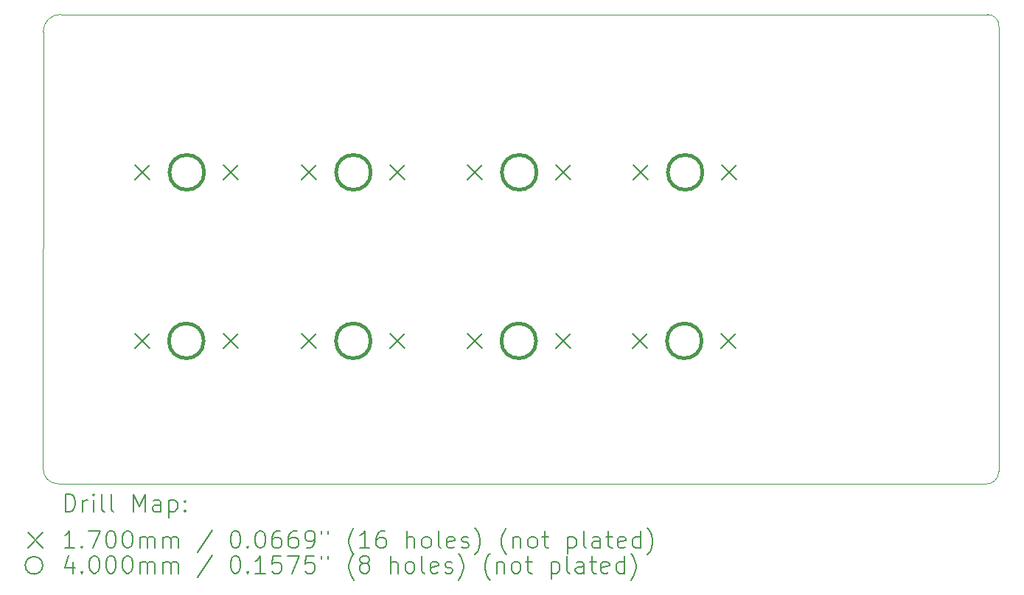
<source format=gbr>
%TF.GenerationSoftware,KiCad,Pcbnew,9.0.4*%
%TF.CreationDate,2025-09-20T14:29:12-07:00*%
%TF.ProjectId,Macro_Pad,4d616372-6f5f-4506-9164-2e6b69636164,rev?*%
%TF.SameCoordinates,Original*%
%TF.FileFunction,Drillmap*%
%TF.FilePolarity,Positive*%
%FSLAX45Y45*%
G04 Gerber Fmt 4.5, Leading zero omitted, Abs format (unit mm)*
G04 Created by KiCad (PCBNEW 9.0.4) date 2025-09-20 14:29:12*
%MOMM*%
%LPD*%
G01*
G04 APERTURE LIST*
%ADD10C,0.100000*%
%ADD11C,0.200000*%
%ADD12C,0.170000*%
%ADD13C,0.400000*%
G04 APERTURE END LIST*
D10*
X20380000Y-8675000D02*
X9740000Y-8675000D01*
X9705000Y-14071107D02*
X20361244Y-14074342D01*
X9535287Y-8874830D02*
G75*
G02*
X9740000Y-8675001I195173J4830D01*
G01*
X20510054Y-13929911D02*
X20512002Y-8814988D01*
X9705000Y-14071107D02*
G75*
G02*
X9533893Y-13899830I0J171107D01*
G01*
X9535287Y-8874830D02*
X9533893Y-13899830D01*
X20380000Y-8675000D02*
G75*
G02*
X20512002Y-8814988I0J-132230D01*
G01*
X20510054Y-13930003D02*
G75*
G02*
X20361244Y-14074335I-144364J-37D01*
G01*
D11*
D12*
X10585000Y-12343000D02*
X10755000Y-12513000D01*
X10755000Y-12343000D02*
X10585000Y-12513000D01*
X10591000Y-10405000D02*
X10761000Y-10575000D01*
X10761000Y-10405000D02*
X10591000Y-10575000D01*
X11601000Y-12343000D02*
X11771000Y-12513000D01*
X11771000Y-12343000D02*
X11601000Y-12513000D01*
X11607000Y-10405000D02*
X11777000Y-10575000D01*
X11777000Y-10405000D02*
X11607000Y-10575000D01*
X12503000Y-12343000D02*
X12673000Y-12513000D01*
X12673000Y-12343000D02*
X12503000Y-12513000D01*
X12505000Y-10405000D02*
X12675000Y-10575000D01*
X12675000Y-10405000D02*
X12505000Y-10575000D01*
X13519000Y-12343000D02*
X13689000Y-12513000D01*
X13689000Y-12343000D02*
X13519000Y-12513000D01*
X13521000Y-10405000D02*
X13691000Y-10575000D01*
X13691000Y-10405000D02*
X13521000Y-10575000D01*
X14403000Y-12343000D02*
X14573000Y-12513000D01*
X14573000Y-12343000D02*
X14403000Y-12513000D01*
X14409000Y-10405000D02*
X14579000Y-10575000D01*
X14579000Y-10405000D02*
X14409000Y-10575000D01*
X15419000Y-12343000D02*
X15589000Y-12513000D01*
X15589000Y-12343000D02*
X15419000Y-12513000D01*
X15425000Y-10405000D02*
X15595000Y-10575000D01*
X15595000Y-10405000D02*
X15425000Y-10575000D01*
X16305000Y-12343000D02*
X16475000Y-12513000D01*
X16475000Y-12343000D02*
X16305000Y-12513000D01*
X16315000Y-10405000D02*
X16485000Y-10575000D01*
X16485000Y-10405000D02*
X16315000Y-10575000D01*
X17321000Y-12343000D02*
X17491000Y-12513000D01*
X17491000Y-12343000D02*
X17321000Y-12513000D01*
X17331000Y-10405000D02*
X17501000Y-10575000D01*
X17501000Y-10405000D02*
X17331000Y-10575000D01*
D13*
X11378000Y-12428000D02*
G75*
G02*
X10978000Y-12428000I-200000J0D01*
G01*
X10978000Y-12428000D02*
G75*
G02*
X11378000Y-12428000I200000J0D01*
G01*
X11384000Y-10490000D02*
G75*
G02*
X10984000Y-10490000I-200000J0D01*
G01*
X10984000Y-10490000D02*
G75*
G02*
X11384000Y-10490000I200000J0D01*
G01*
X13296000Y-12428000D02*
G75*
G02*
X12896000Y-12428000I-200000J0D01*
G01*
X12896000Y-12428000D02*
G75*
G02*
X13296000Y-12428000I200000J0D01*
G01*
X13298000Y-10490000D02*
G75*
G02*
X12898000Y-10490000I-200000J0D01*
G01*
X12898000Y-10490000D02*
G75*
G02*
X13298000Y-10490000I200000J0D01*
G01*
X15196000Y-12428000D02*
G75*
G02*
X14796000Y-12428000I-200000J0D01*
G01*
X14796000Y-12428000D02*
G75*
G02*
X15196000Y-12428000I200000J0D01*
G01*
X15202000Y-10490000D02*
G75*
G02*
X14802000Y-10490000I-200000J0D01*
G01*
X14802000Y-10490000D02*
G75*
G02*
X15202000Y-10490000I200000J0D01*
G01*
X17098000Y-12428000D02*
G75*
G02*
X16698000Y-12428000I-200000J0D01*
G01*
X16698000Y-12428000D02*
G75*
G02*
X17098000Y-12428000I200000J0D01*
G01*
X17108000Y-10490000D02*
G75*
G02*
X16708000Y-10490000I-200000J0D01*
G01*
X16708000Y-10490000D02*
G75*
G02*
X17108000Y-10490000I200000J0D01*
G01*
D11*
X9789670Y-14390887D02*
X9789670Y-14190887D01*
X9789670Y-14190887D02*
X9837289Y-14190887D01*
X9837289Y-14190887D02*
X9865860Y-14200411D01*
X9865860Y-14200411D02*
X9884908Y-14219459D01*
X9884908Y-14219459D02*
X9894432Y-14238506D01*
X9894432Y-14238506D02*
X9903955Y-14276602D01*
X9903955Y-14276602D02*
X9903955Y-14305173D01*
X9903955Y-14305173D02*
X9894432Y-14343268D01*
X9894432Y-14343268D02*
X9884908Y-14362316D01*
X9884908Y-14362316D02*
X9865860Y-14381364D01*
X9865860Y-14381364D02*
X9837289Y-14390887D01*
X9837289Y-14390887D02*
X9789670Y-14390887D01*
X9989670Y-14390887D02*
X9989670Y-14257554D01*
X9989670Y-14295649D02*
X9999193Y-14276602D01*
X9999193Y-14276602D02*
X10008717Y-14267078D01*
X10008717Y-14267078D02*
X10027765Y-14257554D01*
X10027765Y-14257554D02*
X10046813Y-14257554D01*
X10113479Y-14390887D02*
X10113479Y-14257554D01*
X10113479Y-14190887D02*
X10103955Y-14200411D01*
X10103955Y-14200411D02*
X10113479Y-14209935D01*
X10113479Y-14209935D02*
X10123003Y-14200411D01*
X10123003Y-14200411D02*
X10113479Y-14190887D01*
X10113479Y-14190887D02*
X10113479Y-14209935D01*
X10237289Y-14390887D02*
X10218241Y-14381364D01*
X10218241Y-14381364D02*
X10208717Y-14362316D01*
X10208717Y-14362316D02*
X10208717Y-14190887D01*
X10342051Y-14390887D02*
X10323003Y-14381364D01*
X10323003Y-14381364D02*
X10313479Y-14362316D01*
X10313479Y-14362316D02*
X10313479Y-14190887D01*
X10570622Y-14390887D02*
X10570622Y-14190887D01*
X10570622Y-14190887D02*
X10637289Y-14333744D01*
X10637289Y-14333744D02*
X10703955Y-14190887D01*
X10703955Y-14190887D02*
X10703955Y-14390887D01*
X10884908Y-14390887D02*
X10884908Y-14286125D01*
X10884908Y-14286125D02*
X10875384Y-14267078D01*
X10875384Y-14267078D02*
X10856336Y-14257554D01*
X10856336Y-14257554D02*
X10818241Y-14257554D01*
X10818241Y-14257554D02*
X10799193Y-14267078D01*
X10884908Y-14381364D02*
X10865860Y-14390887D01*
X10865860Y-14390887D02*
X10818241Y-14390887D01*
X10818241Y-14390887D02*
X10799193Y-14381364D01*
X10799193Y-14381364D02*
X10789670Y-14362316D01*
X10789670Y-14362316D02*
X10789670Y-14343268D01*
X10789670Y-14343268D02*
X10799193Y-14324221D01*
X10799193Y-14324221D02*
X10818241Y-14314697D01*
X10818241Y-14314697D02*
X10865860Y-14314697D01*
X10865860Y-14314697D02*
X10884908Y-14305173D01*
X10980146Y-14257554D02*
X10980146Y-14457554D01*
X10980146Y-14267078D02*
X10999193Y-14257554D01*
X10999193Y-14257554D02*
X11037289Y-14257554D01*
X11037289Y-14257554D02*
X11056336Y-14267078D01*
X11056336Y-14267078D02*
X11065860Y-14276602D01*
X11065860Y-14276602D02*
X11075384Y-14295649D01*
X11075384Y-14295649D02*
X11075384Y-14352792D01*
X11075384Y-14352792D02*
X11065860Y-14371840D01*
X11065860Y-14371840D02*
X11056336Y-14381364D01*
X11056336Y-14381364D02*
X11037289Y-14390887D01*
X11037289Y-14390887D02*
X10999193Y-14390887D01*
X10999193Y-14390887D02*
X10980146Y-14381364D01*
X11161098Y-14371840D02*
X11170622Y-14381364D01*
X11170622Y-14381364D02*
X11161098Y-14390887D01*
X11161098Y-14390887D02*
X11151574Y-14381364D01*
X11151574Y-14381364D02*
X11161098Y-14371840D01*
X11161098Y-14371840D02*
X11161098Y-14390887D01*
X11161098Y-14267078D02*
X11170622Y-14276602D01*
X11170622Y-14276602D02*
X11161098Y-14286125D01*
X11161098Y-14286125D02*
X11151574Y-14276602D01*
X11151574Y-14276602D02*
X11161098Y-14267078D01*
X11161098Y-14267078D02*
X11161098Y-14286125D01*
D12*
X9358893Y-14634404D02*
X9528893Y-14804404D01*
X9528893Y-14634404D02*
X9358893Y-14804404D01*
D11*
X9894432Y-14810887D02*
X9780146Y-14810887D01*
X9837289Y-14810887D02*
X9837289Y-14610887D01*
X9837289Y-14610887D02*
X9818241Y-14639459D01*
X9818241Y-14639459D02*
X9799193Y-14658506D01*
X9799193Y-14658506D02*
X9780146Y-14668030D01*
X9980146Y-14791840D02*
X9989670Y-14801364D01*
X9989670Y-14801364D02*
X9980146Y-14810887D01*
X9980146Y-14810887D02*
X9970622Y-14801364D01*
X9970622Y-14801364D02*
X9980146Y-14791840D01*
X9980146Y-14791840D02*
X9980146Y-14810887D01*
X10056336Y-14610887D02*
X10189670Y-14610887D01*
X10189670Y-14610887D02*
X10103955Y-14810887D01*
X10303955Y-14610887D02*
X10323003Y-14610887D01*
X10323003Y-14610887D02*
X10342051Y-14620411D01*
X10342051Y-14620411D02*
X10351574Y-14629935D01*
X10351574Y-14629935D02*
X10361098Y-14648983D01*
X10361098Y-14648983D02*
X10370622Y-14687078D01*
X10370622Y-14687078D02*
X10370622Y-14734697D01*
X10370622Y-14734697D02*
X10361098Y-14772792D01*
X10361098Y-14772792D02*
X10351574Y-14791840D01*
X10351574Y-14791840D02*
X10342051Y-14801364D01*
X10342051Y-14801364D02*
X10323003Y-14810887D01*
X10323003Y-14810887D02*
X10303955Y-14810887D01*
X10303955Y-14810887D02*
X10284908Y-14801364D01*
X10284908Y-14801364D02*
X10275384Y-14791840D01*
X10275384Y-14791840D02*
X10265860Y-14772792D01*
X10265860Y-14772792D02*
X10256336Y-14734697D01*
X10256336Y-14734697D02*
X10256336Y-14687078D01*
X10256336Y-14687078D02*
X10265860Y-14648983D01*
X10265860Y-14648983D02*
X10275384Y-14629935D01*
X10275384Y-14629935D02*
X10284908Y-14620411D01*
X10284908Y-14620411D02*
X10303955Y-14610887D01*
X10494432Y-14610887D02*
X10513479Y-14610887D01*
X10513479Y-14610887D02*
X10532527Y-14620411D01*
X10532527Y-14620411D02*
X10542051Y-14629935D01*
X10542051Y-14629935D02*
X10551574Y-14648983D01*
X10551574Y-14648983D02*
X10561098Y-14687078D01*
X10561098Y-14687078D02*
X10561098Y-14734697D01*
X10561098Y-14734697D02*
X10551574Y-14772792D01*
X10551574Y-14772792D02*
X10542051Y-14791840D01*
X10542051Y-14791840D02*
X10532527Y-14801364D01*
X10532527Y-14801364D02*
X10513479Y-14810887D01*
X10513479Y-14810887D02*
X10494432Y-14810887D01*
X10494432Y-14810887D02*
X10475384Y-14801364D01*
X10475384Y-14801364D02*
X10465860Y-14791840D01*
X10465860Y-14791840D02*
X10456336Y-14772792D01*
X10456336Y-14772792D02*
X10446813Y-14734697D01*
X10446813Y-14734697D02*
X10446813Y-14687078D01*
X10446813Y-14687078D02*
X10456336Y-14648983D01*
X10456336Y-14648983D02*
X10465860Y-14629935D01*
X10465860Y-14629935D02*
X10475384Y-14620411D01*
X10475384Y-14620411D02*
X10494432Y-14610887D01*
X10646813Y-14810887D02*
X10646813Y-14677554D01*
X10646813Y-14696602D02*
X10656336Y-14687078D01*
X10656336Y-14687078D02*
X10675384Y-14677554D01*
X10675384Y-14677554D02*
X10703955Y-14677554D01*
X10703955Y-14677554D02*
X10723003Y-14687078D01*
X10723003Y-14687078D02*
X10732527Y-14706125D01*
X10732527Y-14706125D02*
X10732527Y-14810887D01*
X10732527Y-14706125D02*
X10742051Y-14687078D01*
X10742051Y-14687078D02*
X10761098Y-14677554D01*
X10761098Y-14677554D02*
X10789670Y-14677554D01*
X10789670Y-14677554D02*
X10808717Y-14687078D01*
X10808717Y-14687078D02*
X10818241Y-14706125D01*
X10818241Y-14706125D02*
X10818241Y-14810887D01*
X10913479Y-14810887D02*
X10913479Y-14677554D01*
X10913479Y-14696602D02*
X10923003Y-14687078D01*
X10923003Y-14687078D02*
X10942051Y-14677554D01*
X10942051Y-14677554D02*
X10970622Y-14677554D01*
X10970622Y-14677554D02*
X10989670Y-14687078D01*
X10989670Y-14687078D02*
X10999194Y-14706125D01*
X10999194Y-14706125D02*
X10999194Y-14810887D01*
X10999194Y-14706125D02*
X11008717Y-14687078D01*
X11008717Y-14687078D02*
X11027765Y-14677554D01*
X11027765Y-14677554D02*
X11056336Y-14677554D01*
X11056336Y-14677554D02*
X11075384Y-14687078D01*
X11075384Y-14687078D02*
X11084908Y-14706125D01*
X11084908Y-14706125D02*
X11084908Y-14810887D01*
X11475384Y-14601364D02*
X11303955Y-14858506D01*
X11732527Y-14610887D02*
X11751575Y-14610887D01*
X11751575Y-14610887D02*
X11770622Y-14620411D01*
X11770622Y-14620411D02*
X11780146Y-14629935D01*
X11780146Y-14629935D02*
X11789670Y-14648983D01*
X11789670Y-14648983D02*
X11799194Y-14687078D01*
X11799194Y-14687078D02*
X11799194Y-14734697D01*
X11799194Y-14734697D02*
X11789670Y-14772792D01*
X11789670Y-14772792D02*
X11780146Y-14791840D01*
X11780146Y-14791840D02*
X11770622Y-14801364D01*
X11770622Y-14801364D02*
X11751575Y-14810887D01*
X11751575Y-14810887D02*
X11732527Y-14810887D01*
X11732527Y-14810887D02*
X11713479Y-14801364D01*
X11713479Y-14801364D02*
X11703955Y-14791840D01*
X11703955Y-14791840D02*
X11694432Y-14772792D01*
X11694432Y-14772792D02*
X11684908Y-14734697D01*
X11684908Y-14734697D02*
X11684908Y-14687078D01*
X11684908Y-14687078D02*
X11694432Y-14648983D01*
X11694432Y-14648983D02*
X11703955Y-14629935D01*
X11703955Y-14629935D02*
X11713479Y-14620411D01*
X11713479Y-14620411D02*
X11732527Y-14610887D01*
X11884908Y-14791840D02*
X11894432Y-14801364D01*
X11894432Y-14801364D02*
X11884908Y-14810887D01*
X11884908Y-14810887D02*
X11875384Y-14801364D01*
X11875384Y-14801364D02*
X11884908Y-14791840D01*
X11884908Y-14791840D02*
X11884908Y-14810887D01*
X12018241Y-14610887D02*
X12037289Y-14610887D01*
X12037289Y-14610887D02*
X12056336Y-14620411D01*
X12056336Y-14620411D02*
X12065860Y-14629935D01*
X12065860Y-14629935D02*
X12075384Y-14648983D01*
X12075384Y-14648983D02*
X12084908Y-14687078D01*
X12084908Y-14687078D02*
X12084908Y-14734697D01*
X12084908Y-14734697D02*
X12075384Y-14772792D01*
X12075384Y-14772792D02*
X12065860Y-14791840D01*
X12065860Y-14791840D02*
X12056336Y-14801364D01*
X12056336Y-14801364D02*
X12037289Y-14810887D01*
X12037289Y-14810887D02*
X12018241Y-14810887D01*
X12018241Y-14810887D02*
X11999194Y-14801364D01*
X11999194Y-14801364D02*
X11989670Y-14791840D01*
X11989670Y-14791840D02*
X11980146Y-14772792D01*
X11980146Y-14772792D02*
X11970622Y-14734697D01*
X11970622Y-14734697D02*
X11970622Y-14687078D01*
X11970622Y-14687078D02*
X11980146Y-14648983D01*
X11980146Y-14648983D02*
X11989670Y-14629935D01*
X11989670Y-14629935D02*
X11999194Y-14620411D01*
X11999194Y-14620411D02*
X12018241Y-14610887D01*
X12256336Y-14610887D02*
X12218241Y-14610887D01*
X12218241Y-14610887D02*
X12199194Y-14620411D01*
X12199194Y-14620411D02*
X12189670Y-14629935D01*
X12189670Y-14629935D02*
X12170622Y-14658506D01*
X12170622Y-14658506D02*
X12161098Y-14696602D01*
X12161098Y-14696602D02*
X12161098Y-14772792D01*
X12161098Y-14772792D02*
X12170622Y-14791840D01*
X12170622Y-14791840D02*
X12180146Y-14801364D01*
X12180146Y-14801364D02*
X12199194Y-14810887D01*
X12199194Y-14810887D02*
X12237289Y-14810887D01*
X12237289Y-14810887D02*
X12256336Y-14801364D01*
X12256336Y-14801364D02*
X12265860Y-14791840D01*
X12265860Y-14791840D02*
X12275384Y-14772792D01*
X12275384Y-14772792D02*
X12275384Y-14725173D01*
X12275384Y-14725173D02*
X12265860Y-14706125D01*
X12265860Y-14706125D02*
X12256336Y-14696602D01*
X12256336Y-14696602D02*
X12237289Y-14687078D01*
X12237289Y-14687078D02*
X12199194Y-14687078D01*
X12199194Y-14687078D02*
X12180146Y-14696602D01*
X12180146Y-14696602D02*
X12170622Y-14706125D01*
X12170622Y-14706125D02*
X12161098Y-14725173D01*
X12446813Y-14610887D02*
X12408717Y-14610887D01*
X12408717Y-14610887D02*
X12389670Y-14620411D01*
X12389670Y-14620411D02*
X12380146Y-14629935D01*
X12380146Y-14629935D02*
X12361098Y-14658506D01*
X12361098Y-14658506D02*
X12351575Y-14696602D01*
X12351575Y-14696602D02*
X12351575Y-14772792D01*
X12351575Y-14772792D02*
X12361098Y-14791840D01*
X12361098Y-14791840D02*
X12370622Y-14801364D01*
X12370622Y-14801364D02*
X12389670Y-14810887D01*
X12389670Y-14810887D02*
X12427765Y-14810887D01*
X12427765Y-14810887D02*
X12446813Y-14801364D01*
X12446813Y-14801364D02*
X12456336Y-14791840D01*
X12456336Y-14791840D02*
X12465860Y-14772792D01*
X12465860Y-14772792D02*
X12465860Y-14725173D01*
X12465860Y-14725173D02*
X12456336Y-14706125D01*
X12456336Y-14706125D02*
X12446813Y-14696602D01*
X12446813Y-14696602D02*
X12427765Y-14687078D01*
X12427765Y-14687078D02*
X12389670Y-14687078D01*
X12389670Y-14687078D02*
X12370622Y-14696602D01*
X12370622Y-14696602D02*
X12361098Y-14706125D01*
X12361098Y-14706125D02*
X12351575Y-14725173D01*
X12561098Y-14810887D02*
X12599194Y-14810887D01*
X12599194Y-14810887D02*
X12618241Y-14801364D01*
X12618241Y-14801364D02*
X12627765Y-14791840D01*
X12627765Y-14791840D02*
X12646813Y-14763268D01*
X12646813Y-14763268D02*
X12656336Y-14725173D01*
X12656336Y-14725173D02*
X12656336Y-14648983D01*
X12656336Y-14648983D02*
X12646813Y-14629935D01*
X12646813Y-14629935D02*
X12637289Y-14620411D01*
X12637289Y-14620411D02*
X12618241Y-14610887D01*
X12618241Y-14610887D02*
X12580146Y-14610887D01*
X12580146Y-14610887D02*
X12561098Y-14620411D01*
X12561098Y-14620411D02*
X12551575Y-14629935D01*
X12551575Y-14629935D02*
X12542051Y-14648983D01*
X12542051Y-14648983D02*
X12542051Y-14696602D01*
X12542051Y-14696602D02*
X12551575Y-14715649D01*
X12551575Y-14715649D02*
X12561098Y-14725173D01*
X12561098Y-14725173D02*
X12580146Y-14734697D01*
X12580146Y-14734697D02*
X12618241Y-14734697D01*
X12618241Y-14734697D02*
X12637289Y-14725173D01*
X12637289Y-14725173D02*
X12646813Y-14715649D01*
X12646813Y-14715649D02*
X12656336Y-14696602D01*
X12732527Y-14610887D02*
X12732527Y-14648983D01*
X12808717Y-14610887D02*
X12808717Y-14648983D01*
X13103956Y-14887078D02*
X13094432Y-14877554D01*
X13094432Y-14877554D02*
X13075384Y-14848983D01*
X13075384Y-14848983D02*
X13065860Y-14829935D01*
X13065860Y-14829935D02*
X13056337Y-14801364D01*
X13056337Y-14801364D02*
X13046813Y-14753744D01*
X13046813Y-14753744D02*
X13046813Y-14715649D01*
X13046813Y-14715649D02*
X13056337Y-14668030D01*
X13056337Y-14668030D02*
X13065860Y-14639459D01*
X13065860Y-14639459D02*
X13075384Y-14620411D01*
X13075384Y-14620411D02*
X13094432Y-14591840D01*
X13094432Y-14591840D02*
X13103956Y-14582316D01*
X13284908Y-14810887D02*
X13170622Y-14810887D01*
X13227765Y-14810887D02*
X13227765Y-14610887D01*
X13227765Y-14610887D02*
X13208717Y-14639459D01*
X13208717Y-14639459D02*
X13189670Y-14658506D01*
X13189670Y-14658506D02*
X13170622Y-14668030D01*
X13456337Y-14610887D02*
X13418241Y-14610887D01*
X13418241Y-14610887D02*
X13399194Y-14620411D01*
X13399194Y-14620411D02*
X13389670Y-14629935D01*
X13389670Y-14629935D02*
X13370622Y-14658506D01*
X13370622Y-14658506D02*
X13361098Y-14696602D01*
X13361098Y-14696602D02*
X13361098Y-14772792D01*
X13361098Y-14772792D02*
X13370622Y-14791840D01*
X13370622Y-14791840D02*
X13380146Y-14801364D01*
X13380146Y-14801364D02*
X13399194Y-14810887D01*
X13399194Y-14810887D02*
X13437289Y-14810887D01*
X13437289Y-14810887D02*
X13456337Y-14801364D01*
X13456337Y-14801364D02*
X13465860Y-14791840D01*
X13465860Y-14791840D02*
X13475384Y-14772792D01*
X13475384Y-14772792D02*
X13475384Y-14725173D01*
X13475384Y-14725173D02*
X13465860Y-14706125D01*
X13465860Y-14706125D02*
X13456337Y-14696602D01*
X13456337Y-14696602D02*
X13437289Y-14687078D01*
X13437289Y-14687078D02*
X13399194Y-14687078D01*
X13399194Y-14687078D02*
X13380146Y-14696602D01*
X13380146Y-14696602D02*
X13370622Y-14706125D01*
X13370622Y-14706125D02*
X13361098Y-14725173D01*
X13713479Y-14810887D02*
X13713479Y-14610887D01*
X13799194Y-14810887D02*
X13799194Y-14706125D01*
X13799194Y-14706125D02*
X13789670Y-14687078D01*
X13789670Y-14687078D02*
X13770622Y-14677554D01*
X13770622Y-14677554D02*
X13742051Y-14677554D01*
X13742051Y-14677554D02*
X13723003Y-14687078D01*
X13723003Y-14687078D02*
X13713479Y-14696602D01*
X13923003Y-14810887D02*
X13903956Y-14801364D01*
X13903956Y-14801364D02*
X13894432Y-14791840D01*
X13894432Y-14791840D02*
X13884908Y-14772792D01*
X13884908Y-14772792D02*
X13884908Y-14715649D01*
X13884908Y-14715649D02*
X13894432Y-14696602D01*
X13894432Y-14696602D02*
X13903956Y-14687078D01*
X13903956Y-14687078D02*
X13923003Y-14677554D01*
X13923003Y-14677554D02*
X13951575Y-14677554D01*
X13951575Y-14677554D02*
X13970622Y-14687078D01*
X13970622Y-14687078D02*
X13980146Y-14696602D01*
X13980146Y-14696602D02*
X13989670Y-14715649D01*
X13989670Y-14715649D02*
X13989670Y-14772792D01*
X13989670Y-14772792D02*
X13980146Y-14791840D01*
X13980146Y-14791840D02*
X13970622Y-14801364D01*
X13970622Y-14801364D02*
X13951575Y-14810887D01*
X13951575Y-14810887D02*
X13923003Y-14810887D01*
X14103956Y-14810887D02*
X14084908Y-14801364D01*
X14084908Y-14801364D02*
X14075384Y-14782316D01*
X14075384Y-14782316D02*
X14075384Y-14610887D01*
X14256337Y-14801364D02*
X14237289Y-14810887D01*
X14237289Y-14810887D02*
X14199194Y-14810887D01*
X14199194Y-14810887D02*
X14180146Y-14801364D01*
X14180146Y-14801364D02*
X14170622Y-14782316D01*
X14170622Y-14782316D02*
X14170622Y-14706125D01*
X14170622Y-14706125D02*
X14180146Y-14687078D01*
X14180146Y-14687078D02*
X14199194Y-14677554D01*
X14199194Y-14677554D02*
X14237289Y-14677554D01*
X14237289Y-14677554D02*
X14256337Y-14687078D01*
X14256337Y-14687078D02*
X14265860Y-14706125D01*
X14265860Y-14706125D02*
X14265860Y-14725173D01*
X14265860Y-14725173D02*
X14170622Y-14744221D01*
X14342051Y-14801364D02*
X14361099Y-14810887D01*
X14361099Y-14810887D02*
X14399194Y-14810887D01*
X14399194Y-14810887D02*
X14418241Y-14801364D01*
X14418241Y-14801364D02*
X14427765Y-14782316D01*
X14427765Y-14782316D02*
X14427765Y-14772792D01*
X14427765Y-14772792D02*
X14418241Y-14753744D01*
X14418241Y-14753744D02*
X14399194Y-14744221D01*
X14399194Y-14744221D02*
X14370622Y-14744221D01*
X14370622Y-14744221D02*
X14351575Y-14734697D01*
X14351575Y-14734697D02*
X14342051Y-14715649D01*
X14342051Y-14715649D02*
X14342051Y-14706125D01*
X14342051Y-14706125D02*
X14351575Y-14687078D01*
X14351575Y-14687078D02*
X14370622Y-14677554D01*
X14370622Y-14677554D02*
X14399194Y-14677554D01*
X14399194Y-14677554D02*
X14418241Y-14687078D01*
X14494432Y-14887078D02*
X14503956Y-14877554D01*
X14503956Y-14877554D02*
X14523003Y-14848983D01*
X14523003Y-14848983D02*
X14532527Y-14829935D01*
X14532527Y-14829935D02*
X14542051Y-14801364D01*
X14542051Y-14801364D02*
X14551575Y-14753744D01*
X14551575Y-14753744D02*
X14551575Y-14715649D01*
X14551575Y-14715649D02*
X14542051Y-14668030D01*
X14542051Y-14668030D02*
X14532527Y-14639459D01*
X14532527Y-14639459D02*
X14523003Y-14620411D01*
X14523003Y-14620411D02*
X14503956Y-14591840D01*
X14503956Y-14591840D02*
X14494432Y-14582316D01*
X14856337Y-14887078D02*
X14846813Y-14877554D01*
X14846813Y-14877554D02*
X14827765Y-14848983D01*
X14827765Y-14848983D02*
X14818241Y-14829935D01*
X14818241Y-14829935D02*
X14808718Y-14801364D01*
X14808718Y-14801364D02*
X14799194Y-14753744D01*
X14799194Y-14753744D02*
X14799194Y-14715649D01*
X14799194Y-14715649D02*
X14808718Y-14668030D01*
X14808718Y-14668030D02*
X14818241Y-14639459D01*
X14818241Y-14639459D02*
X14827765Y-14620411D01*
X14827765Y-14620411D02*
X14846813Y-14591840D01*
X14846813Y-14591840D02*
X14856337Y-14582316D01*
X14932527Y-14677554D02*
X14932527Y-14810887D01*
X14932527Y-14696602D02*
X14942051Y-14687078D01*
X14942051Y-14687078D02*
X14961099Y-14677554D01*
X14961099Y-14677554D02*
X14989670Y-14677554D01*
X14989670Y-14677554D02*
X15008718Y-14687078D01*
X15008718Y-14687078D02*
X15018241Y-14706125D01*
X15018241Y-14706125D02*
X15018241Y-14810887D01*
X15142051Y-14810887D02*
X15123003Y-14801364D01*
X15123003Y-14801364D02*
X15113480Y-14791840D01*
X15113480Y-14791840D02*
X15103956Y-14772792D01*
X15103956Y-14772792D02*
X15103956Y-14715649D01*
X15103956Y-14715649D02*
X15113480Y-14696602D01*
X15113480Y-14696602D02*
X15123003Y-14687078D01*
X15123003Y-14687078D02*
X15142051Y-14677554D01*
X15142051Y-14677554D02*
X15170622Y-14677554D01*
X15170622Y-14677554D02*
X15189670Y-14687078D01*
X15189670Y-14687078D02*
X15199194Y-14696602D01*
X15199194Y-14696602D02*
X15208718Y-14715649D01*
X15208718Y-14715649D02*
X15208718Y-14772792D01*
X15208718Y-14772792D02*
X15199194Y-14791840D01*
X15199194Y-14791840D02*
X15189670Y-14801364D01*
X15189670Y-14801364D02*
X15170622Y-14810887D01*
X15170622Y-14810887D02*
X15142051Y-14810887D01*
X15265861Y-14677554D02*
X15342051Y-14677554D01*
X15294432Y-14610887D02*
X15294432Y-14782316D01*
X15294432Y-14782316D02*
X15303956Y-14801364D01*
X15303956Y-14801364D02*
X15323003Y-14810887D01*
X15323003Y-14810887D02*
X15342051Y-14810887D01*
X15561099Y-14677554D02*
X15561099Y-14877554D01*
X15561099Y-14687078D02*
X15580146Y-14677554D01*
X15580146Y-14677554D02*
X15618242Y-14677554D01*
X15618242Y-14677554D02*
X15637289Y-14687078D01*
X15637289Y-14687078D02*
X15646813Y-14696602D01*
X15646813Y-14696602D02*
X15656337Y-14715649D01*
X15656337Y-14715649D02*
X15656337Y-14772792D01*
X15656337Y-14772792D02*
X15646813Y-14791840D01*
X15646813Y-14791840D02*
X15637289Y-14801364D01*
X15637289Y-14801364D02*
X15618242Y-14810887D01*
X15618242Y-14810887D02*
X15580146Y-14810887D01*
X15580146Y-14810887D02*
X15561099Y-14801364D01*
X15770622Y-14810887D02*
X15751575Y-14801364D01*
X15751575Y-14801364D02*
X15742051Y-14782316D01*
X15742051Y-14782316D02*
X15742051Y-14610887D01*
X15932527Y-14810887D02*
X15932527Y-14706125D01*
X15932527Y-14706125D02*
X15923003Y-14687078D01*
X15923003Y-14687078D02*
X15903956Y-14677554D01*
X15903956Y-14677554D02*
X15865861Y-14677554D01*
X15865861Y-14677554D02*
X15846813Y-14687078D01*
X15932527Y-14801364D02*
X15913480Y-14810887D01*
X15913480Y-14810887D02*
X15865861Y-14810887D01*
X15865861Y-14810887D02*
X15846813Y-14801364D01*
X15846813Y-14801364D02*
X15837289Y-14782316D01*
X15837289Y-14782316D02*
X15837289Y-14763268D01*
X15837289Y-14763268D02*
X15846813Y-14744221D01*
X15846813Y-14744221D02*
X15865861Y-14734697D01*
X15865861Y-14734697D02*
X15913480Y-14734697D01*
X15913480Y-14734697D02*
X15932527Y-14725173D01*
X15999194Y-14677554D02*
X16075384Y-14677554D01*
X16027765Y-14610887D02*
X16027765Y-14782316D01*
X16027765Y-14782316D02*
X16037289Y-14801364D01*
X16037289Y-14801364D02*
X16056337Y-14810887D01*
X16056337Y-14810887D02*
X16075384Y-14810887D01*
X16218242Y-14801364D02*
X16199194Y-14810887D01*
X16199194Y-14810887D02*
X16161099Y-14810887D01*
X16161099Y-14810887D02*
X16142051Y-14801364D01*
X16142051Y-14801364D02*
X16132527Y-14782316D01*
X16132527Y-14782316D02*
X16132527Y-14706125D01*
X16132527Y-14706125D02*
X16142051Y-14687078D01*
X16142051Y-14687078D02*
X16161099Y-14677554D01*
X16161099Y-14677554D02*
X16199194Y-14677554D01*
X16199194Y-14677554D02*
X16218242Y-14687078D01*
X16218242Y-14687078D02*
X16227765Y-14706125D01*
X16227765Y-14706125D02*
X16227765Y-14725173D01*
X16227765Y-14725173D02*
X16132527Y-14744221D01*
X16399194Y-14810887D02*
X16399194Y-14610887D01*
X16399194Y-14801364D02*
X16380146Y-14810887D01*
X16380146Y-14810887D02*
X16342051Y-14810887D01*
X16342051Y-14810887D02*
X16323003Y-14801364D01*
X16323003Y-14801364D02*
X16313480Y-14791840D01*
X16313480Y-14791840D02*
X16303956Y-14772792D01*
X16303956Y-14772792D02*
X16303956Y-14715649D01*
X16303956Y-14715649D02*
X16313480Y-14696602D01*
X16313480Y-14696602D02*
X16323003Y-14687078D01*
X16323003Y-14687078D02*
X16342051Y-14677554D01*
X16342051Y-14677554D02*
X16380146Y-14677554D01*
X16380146Y-14677554D02*
X16399194Y-14687078D01*
X16475384Y-14887078D02*
X16484908Y-14877554D01*
X16484908Y-14877554D02*
X16503956Y-14848983D01*
X16503956Y-14848983D02*
X16513480Y-14829935D01*
X16513480Y-14829935D02*
X16523003Y-14801364D01*
X16523003Y-14801364D02*
X16532527Y-14753744D01*
X16532527Y-14753744D02*
X16532527Y-14715649D01*
X16532527Y-14715649D02*
X16523003Y-14668030D01*
X16523003Y-14668030D02*
X16513480Y-14639459D01*
X16513480Y-14639459D02*
X16503956Y-14620411D01*
X16503956Y-14620411D02*
X16484908Y-14591840D01*
X16484908Y-14591840D02*
X16475384Y-14582316D01*
X9528893Y-15009404D02*
G75*
G02*
X9328893Y-15009404I-100000J0D01*
G01*
X9328893Y-15009404D02*
G75*
G02*
X9528893Y-15009404I100000J0D01*
G01*
X9875384Y-14967554D02*
X9875384Y-15100887D01*
X9827765Y-14891364D02*
X9780146Y-15034221D01*
X9780146Y-15034221D02*
X9903955Y-15034221D01*
X9980146Y-15081840D02*
X9989670Y-15091364D01*
X9989670Y-15091364D02*
X9980146Y-15100887D01*
X9980146Y-15100887D02*
X9970622Y-15091364D01*
X9970622Y-15091364D02*
X9980146Y-15081840D01*
X9980146Y-15081840D02*
X9980146Y-15100887D01*
X10113479Y-14900887D02*
X10132527Y-14900887D01*
X10132527Y-14900887D02*
X10151574Y-14910411D01*
X10151574Y-14910411D02*
X10161098Y-14919935D01*
X10161098Y-14919935D02*
X10170622Y-14938983D01*
X10170622Y-14938983D02*
X10180146Y-14977078D01*
X10180146Y-14977078D02*
X10180146Y-15024697D01*
X10180146Y-15024697D02*
X10170622Y-15062792D01*
X10170622Y-15062792D02*
X10161098Y-15081840D01*
X10161098Y-15081840D02*
X10151574Y-15091364D01*
X10151574Y-15091364D02*
X10132527Y-15100887D01*
X10132527Y-15100887D02*
X10113479Y-15100887D01*
X10113479Y-15100887D02*
X10094432Y-15091364D01*
X10094432Y-15091364D02*
X10084908Y-15081840D01*
X10084908Y-15081840D02*
X10075384Y-15062792D01*
X10075384Y-15062792D02*
X10065860Y-15024697D01*
X10065860Y-15024697D02*
X10065860Y-14977078D01*
X10065860Y-14977078D02*
X10075384Y-14938983D01*
X10075384Y-14938983D02*
X10084908Y-14919935D01*
X10084908Y-14919935D02*
X10094432Y-14910411D01*
X10094432Y-14910411D02*
X10113479Y-14900887D01*
X10303955Y-14900887D02*
X10323003Y-14900887D01*
X10323003Y-14900887D02*
X10342051Y-14910411D01*
X10342051Y-14910411D02*
X10351574Y-14919935D01*
X10351574Y-14919935D02*
X10361098Y-14938983D01*
X10361098Y-14938983D02*
X10370622Y-14977078D01*
X10370622Y-14977078D02*
X10370622Y-15024697D01*
X10370622Y-15024697D02*
X10361098Y-15062792D01*
X10361098Y-15062792D02*
X10351574Y-15081840D01*
X10351574Y-15081840D02*
X10342051Y-15091364D01*
X10342051Y-15091364D02*
X10323003Y-15100887D01*
X10323003Y-15100887D02*
X10303955Y-15100887D01*
X10303955Y-15100887D02*
X10284908Y-15091364D01*
X10284908Y-15091364D02*
X10275384Y-15081840D01*
X10275384Y-15081840D02*
X10265860Y-15062792D01*
X10265860Y-15062792D02*
X10256336Y-15024697D01*
X10256336Y-15024697D02*
X10256336Y-14977078D01*
X10256336Y-14977078D02*
X10265860Y-14938983D01*
X10265860Y-14938983D02*
X10275384Y-14919935D01*
X10275384Y-14919935D02*
X10284908Y-14910411D01*
X10284908Y-14910411D02*
X10303955Y-14900887D01*
X10494432Y-14900887D02*
X10513479Y-14900887D01*
X10513479Y-14900887D02*
X10532527Y-14910411D01*
X10532527Y-14910411D02*
X10542051Y-14919935D01*
X10542051Y-14919935D02*
X10551574Y-14938983D01*
X10551574Y-14938983D02*
X10561098Y-14977078D01*
X10561098Y-14977078D02*
X10561098Y-15024697D01*
X10561098Y-15024697D02*
X10551574Y-15062792D01*
X10551574Y-15062792D02*
X10542051Y-15081840D01*
X10542051Y-15081840D02*
X10532527Y-15091364D01*
X10532527Y-15091364D02*
X10513479Y-15100887D01*
X10513479Y-15100887D02*
X10494432Y-15100887D01*
X10494432Y-15100887D02*
X10475384Y-15091364D01*
X10475384Y-15091364D02*
X10465860Y-15081840D01*
X10465860Y-15081840D02*
X10456336Y-15062792D01*
X10456336Y-15062792D02*
X10446813Y-15024697D01*
X10446813Y-15024697D02*
X10446813Y-14977078D01*
X10446813Y-14977078D02*
X10456336Y-14938983D01*
X10456336Y-14938983D02*
X10465860Y-14919935D01*
X10465860Y-14919935D02*
X10475384Y-14910411D01*
X10475384Y-14910411D02*
X10494432Y-14900887D01*
X10646813Y-15100887D02*
X10646813Y-14967554D01*
X10646813Y-14986602D02*
X10656336Y-14977078D01*
X10656336Y-14977078D02*
X10675384Y-14967554D01*
X10675384Y-14967554D02*
X10703955Y-14967554D01*
X10703955Y-14967554D02*
X10723003Y-14977078D01*
X10723003Y-14977078D02*
X10732527Y-14996125D01*
X10732527Y-14996125D02*
X10732527Y-15100887D01*
X10732527Y-14996125D02*
X10742051Y-14977078D01*
X10742051Y-14977078D02*
X10761098Y-14967554D01*
X10761098Y-14967554D02*
X10789670Y-14967554D01*
X10789670Y-14967554D02*
X10808717Y-14977078D01*
X10808717Y-14977078D02*
X10818241Y-14996125D01*
X10818241Y-14996125D02*
X10818241Y-15100887D01*
X10913479Y-15100887D02*
X10913479Y-14967554D01*
X10913479Y-14986602D02*
X10923003Y-14977078D01*
X10923003Y-14977078D02*
X10942051Y-14967554D01*
X10942051Y-14967554D02*
X10970622Y-14967554D01*
X10970622Y-14967554D02*
X10989670Y-14977078D01*
X10989670Y-14977078D02*
X10999194Y-14996125D01*
X10999194Y-14996125D02*
X10999194Y-15100887D01*
X10999194Y-14996125D02*
X11008717Y-14977078D01*
X11008717Y-14977078D02*
X11027765Y-14967554D01*
X11027765Y-14967554D02*
X11056336Y-14967554D01*
X11056336Y-14967554D02*
X11075384Y-14977078D01*
X11075384Y-14977078D02*
X11084908Y-14996125D01*
X11084908Y-14996125D02*
X11084908Y-15100887D01*
X11475384Y-14891364D02*
X11303955Y-15148506D01*
X11732527Y-14900887D02*
X11751575Y-14900887D01*
X11751575Y-14900887D02*
X11770622Y-14910411D01*
X11770622Y-14910411D02*
X11780146Y-14919935D01*
X11780146Y-14919935D02*
X11789670Y-14938983D01*
X11789670Y-14938983D02*
X11799194Y-14977078D01*
X11799194Y-14977078D02*
X11799194Y-15024697D01*
X11799194Y-15024697D02*
X11789670Y-15062792D01*
X11789670Y-15062792D02*
X11780146Y-15081840D01*
X11780146Y-15081840D02*
X11770622Y-15091364D01*
X11770622Y-15091364D02*
X11751575Y-15100887D01*
X11751575Y-15100887D02*
X11732527Y-15100887D01*
X11732527Y-15100887D02*
X11713479Y-15091364D01*
X11713479Y-15091364D02*
X11703955Y-15081840D01*
X11703955Y-15081840D02*
X11694432Y-15062792D01*
X11694432Y-15062792D02*
X11684908Y-15024697D01*
X11684908Y-15024697D02*
X11684908Y-14977078D01*
X11684908Y-14977078D02*
X11694432Y-14938983D01*
X11694432Y-14938983D02*
X11703955Y-14919935D01*
X11703955Y-14919935D02*
X11713479Y-14910411D01*
X11713479Y-14910411D02*
X11732527Y-14900887D01*
X11884908Y-15081840D02*
X11894432Y-15091364D01*
X11894432Y-15091364D02*
X11884908Y-15100887D01*
X11884908Y-15100887D02*
X11875384Y-15091364D01*
X11875384Y-15091364D02*
X11884908Y-15081840D01*
X11884908Y-15081840D02*
X11884908Y-15100887D01*
X12084908Y-15100887D02*
X11970622Y-15100887D01*
X12027765Y-15100887D02*
X12027765Y-14900887D01*
X12027765Y-14900887D02*
X12008717Y-14929459D01*
X12008717Y-14929459D02*
X11989670Y-14948506D01*
X11989670Y-14948506D02*
X11970622Y-14958030D01*
X12265860Y-14900887D02*
X12170622Y-14900887D01*
X12170622Y-14900887D02*
X12161098Y-14996125D01*
X12161098Y-14996125D02*
X12170622Y-14986602D01*
X12170622Y-14986602D02*
X12189670Y-14977078D01*
X12189670Y-14977078D02*
X12237289Y-14977078D01*
X12237289Y-14977078D02*
X12256336Y-14986602D01*
X12256336Y-14986602D02*
X12265860Y-14996125D01*
X12265860Y-14996125D02*
X12275384Y-15015173D01*
X12275384Y-15015173D02*
X12275384Y-15062792D01*
X12275384Y-15062792D02*
X12265860Y-15081840D01*
X12265860Y-15081840D02*
X12256336Y-15091364D01*
X12256336Y-15091364D02*
X12237289Y-15100887D01*
X12237289Y-15100887D02*
X12189670Y-15100887D01*
X12189670Y-15100887D02*
X12170622Y-15091364D01*
X12170622Y-15091364D02*
X12161098Y-15081840D01*
X12342051Y-14900887D02*
X12475384Y-14900887D01*
X12475384Y-14900887D02*
X12389670Y-15100887D01*
X12646813Y-14900887D02*
X12551575Y-14900887D01*
X12551575Y-14900887D02*
X12542051Y-14996125D01*
X12542051Y-14996125D02*
X12551575Y-14986602D01*
X12551575Y-14986602D02*
X12570622Y-14977078D01*
X12570622Y-14977078D02*
X12618241Y-14977078D01*
X12618241Y-14977078D02*
X12637289Y-14986602D01*
X12637289Y-14986602D02*
X12646813Y-14996125D01*
X12646813Y-14996125D02*
X12656336Y-15015173D01*
X12656336Y-15015173D02*
X12656336Y-15062792D01*
X12656336Y-15062792D02*
X12646813Y-15081840D01*
X12646813Y-15081840D02*
X12637289Y-15091364D01*
X12637289Y-15091364D02*
X12618241Y-15100887D01*
X12618241Y-15100887D02*
X12570622Y-15100887D01*
X12570622Y-15100887D02*
X12551575Y-15091364D01*
X12551575Y-15091364D02*
X12542051Y-15081840D01*
X12732527Y-14900887D02*
X12732527Y-14938983D01*
X12808717Y-14900887D02*
X12808717Y-14938983D01*
X13103956Y-15177078D02*
X13094432Y-15167554D01*
X13094432Y-15167554D02*
X13075384Y-15138983D01*
X13075384Y-15138983D02*
X13065860Y-15119935D01*
X13065860Y-15119935D02*
X13056337Y-15091364D01*
X13056337Y-15091364D02*
X13046813Y-15043744D01*
X13046813Y-15043744D02*
X13046813Y-15005649D01*
X13046813Y-15005649D02*
X13056337Y-14958030D01*
X13056337Y-14958030D02*
X13065860Y-14929459D01*
X13065860Y-14929459D02*
X13075384Y-14910411D01*
X13075384Y-14910411D02*
X13094432Y-14881840D01*
X13094432Y-14881840D02*
X13103956Y-14872316D01*
X13208717Y-14986602D02*
X13189670Y-14977078D01*
X13189670Y-14977078D02*
X13180146Y-14967554D01*
X13180146Y-14967554D02*
X13170622Y-14948506D01*
X13170622Y-14948506D02*
X13170622Y-14938983D01*
X13170622Y-14938983D02*
X13180146Y-14919935D01*
X13180146Y-14919935D02*
X13189670Y-14910411D01*
X13189670Y-14910411D02*
X13208717Y-14900887D01*
X13208717Y-14900887D02*
X13246813Y-14900887D01*
X13246813Y-14900887D02*
X13265860Y-14910411D01*
X13265860Y-14910411D02*
X13275384Y-14919935D01*
X13275384Y-14919935D02*
X13284908Y-14938983D01*
X13284908Y-14938983D02*
X13284908Y-14948506D01*
X13284908Y-14948506D02*
X13275384Y-14967554D01*
X13275384Y-14967554D02*
X13265860Y-14977078D01*
X13265860Y-14977078D02*
X13246813Y-14986602D01*
X13246813Y-14986602D02*
X13208717Y-14986602D01*
X13208717Y-14986602D02*
X13189670Y-14996125D01*
X13189670Y-14996125D02*
X13180146Y-15005649D01*
X13180146Y-15005649D02*
X13170622Y-15024697D01*
X13170622Y-15024697D02*
X13170622Y-15062792D01*
X13170622Y-15062792D02*
X13180146Y-15081840D01*
X13180146Y-15081840D02*
X13189670Y-15091364D01*
X13189670Y-15091364D02*
X13208717Y-15100887D01*
X13208717Y-15100887D02*
X13246813Y-15100887D01*
X13246813Y-15100887D02*
X13265860Y-15091364D01*
X13265860Y-15091364D02*
X13275384Y-15081840D01*
X13275384Y-15081840D02*
X13284908Y-15062792D01*
X13284908Y-15062792D02*
X13284908Y-15024697D01*
X13284908Y-15024697D02*
X13275384Y-15005649D01*
X13275384Y-15005649D02*
X13265860Y-14996125D01*
X13265860Y-14996125D02*
X13246813Y-14986602D01*
X13523003Y-15100887D02*
X13523003Y-14900887D01*
X13608718Y-15100887D02*
X13608718Y-14996125D01*
X13608718Y-14996125D02*
X13599194Y-14977078D01*
X13599194Y-14977078D02*
X13580146Y-14967554D01*
X13580146Y-14967554D02*
X13551575Y-14967554D01*
X13551575Y-14967554D02*
X13532527Y-14977078D01*
X13532527Y-14977078D02*
X13523003Y-14986602D01*
X13732527Y-15100887D02*
X13713479Y-15091364D01*
X13713479Y-15091364D02*
X13703956Y-15081840D01*
X13703956Y-15081840D02*
X13694432Y-15062792D01*
X13694432Y-15062792D02*
X13694432Y-15005649D01*
X13694432Y-15005649D02*
X13703956Y-14986602D01*
X13703956Y-14986602D02*
X13713479Y-14977078D01*
X13713479Y-14977078D02*
X13732527Y-14967554D01*
X13732527Y-14967554D02*
X13761099Y-14967554D01*
X13761099Y-14967554D02*
X13780146Y-14977078D01*
X13780146Y-14977078D02*
X13789670Y-14986602D01*
X13789670Y-14986602D02*
X13799194Y-15005649D01*
X13799194Y-15005649D02*
X13799194Y-15062792D01*
X13799194Y-15062792D02*
X13789670Y-15081840D01*
X13789670Y-15081840D02*
X13780146Y-15091364D01*
X13780146Y-15091364D02*
X13761099Y-15100887D01*
X13761099Y-15100887D02*
X13732527Y-15100887D01*
X13913479Y-15100887D02*
X13894432Y-15091364D01*
X13894432Y-15091364D02*
X13884908Y-15072316D01*
X13884908Y-15072316D02*
X13884908Y-14900887D01*
X14065860Y-15091364D02*
X14046813Y-15100887D01*
X14046813Y-15100887D02*
X14008718Y-15100887D01*
X14008718Y-15100887D02*
X13989670Y-15091364D01*
X13989670Y-15091364D02*
X13980146Y-15072316D01*
X13980146Y-15072316D02*
X13980146Y-14996125D01*
X13980146Y-14996125D02*
X13989670Y-14977078D01*
X13989670Y-14977078D02*
X14008718Y-14967554D01*
X14008718Y-14967554D02*
X14046813Y-14967554D01*
X14046813Y-14967554D02*
X14065860Y-14977078D01*
X14065860Y-14977078D02*
X14075384Y-14996125D01*
X14075384Y-14996125D02*
X14075384Y-15015173D01*
X14075384Y-15015173D02*
X13980146Y-15034221D01*
X14151575Y-15091364D02*
X14170622Y-15100887D01*
X14170622Y-15100887D02*
X14208718Y-15100887D01*
X14208718Y-15100887D02*
X14227765Y-15091364D01*
X14227765Y-15091364D02*
X14237289Y-15072316D01*
X14237289Y-15072316D02*
X14237289Y-15062792D01*
X14237289Y-15062792D02*
X14227765Y-15043744D01*
X14227765Y-15043744D02*
X14208718Y-15034221D01*
X14208718Y-15034221D02*
X14180146Y-15034221D01*
X14180146Y-15034221D02*
X14161099Y-15024697D01*
X14161099Y-15024697D02*
X14151575Y-15005649D01*
X14151575Y-15005649D02*
X14151575Y-14996125D01*
X14151575Y-14996125D02*
X14161099Y-14977078D01*
X14161099Y-14977078D02*
X14180146Y-14967554D01*
X14180146Y-14967554D02*
X14208718Y-14967554D01*
X14208718Y-14967554D02*
X14227765Y-14977078D01*
X14303956Y-15177078D02*
X14313480Y-15167554D01*
X14313480Y-15167554D02*
X14332527Y-15138983D01*
X14332527Y-15138983D02*
X14342051Y-15119935D01*
X14342051Y-15119935D02*
X14351575Y-15091364D01*
X14351575Y-15091364D02*
X14361099Y-15043744D01*
X14361099Y-15043744D02*
X14361099Y-15005649D01*
X14361099Y-15005649D02*
X14351575Y-14958030D01*
X14351575Y-14958030D02*
X14342051Y-14929459D01*
X14342051Y-14929459D02*
X14332527Y-14910411D01*
X14332527Y-14910411D02*
X14313480Y-14881840D01*
X14313480Y-14881840D02*
X14303956Y-14872316D01*
X14665861Y-15177078D02*
X14656337Y-15167554D01*
X14656337Y-15167554D02*
X14637289Y-15138983D01*
X14637289Y-15138983D02*
X14627765Y-15119935D01*
X14627765Y-15119935D02*
X14618241Y-15091364D01*
X14618241Y-15091364D02*
X14608718Y-15043744D01*
X14608718Y-15043744D02*
X14608718Y-15005649D01*
X14608718Y-15005649D02*
X14618241Y-14958030D01*
X14618241Y-14958030D02*
X14627765Y-14929459D01*
X14627765Y-14929459D02*
X14637289Y-14910411D01*
X14637289Y-14910411D02*
X14656337Y-14881840D01*
X14656337Y-14881840D02*
X14665861Y-14872316D01*
X14742051Y-14967554D02*
X14742051Y-15100887D01*
X14742051Y-14986602D02*
X14751575Y-14977078D01*
X14751575Y-14977078D02*
X14770622Y-14967554D01*
X14770622Y-14967554D02*
X14799194Y-14967554D01*
X14799194Y-14967554D02*
X14818241Y-14977078D01*
X14818241Y-14977078D02*
X14827765Y-14996125D01*
X14827765Y-14996125D02*
X14827765Y-15100887D01*
X14951575Y-15100887D02*
X14932527Y-15091364D01*
X14932527Y-15091364D02*
X14923003Y-15081840D01*
X14923003Y-15081840D02*
X14913480Y-15062792D01*
X14913480Y-15062792D02*
X14913480Y-15005649D01*
X14913480Y-15005649D02*
X14923003Y-14986602D01*
X14923003Y-14986602D02*
X14932527Y-14977078D01*
X14932527Y-14977078D02*
X14951575Y-14967554D01*
X14951575Y-14967554D02*
X14980146Y-14967554D01*
X14980146Y-14967554D02*
X14999194Y-14977078D01*
X14999194Y-14977078D02*
X15008718Y-14986602D01*
X15008718Y-14986602D02*
X15018241Y-15005649D01*
X15018241Y-15005649D02*
X15018241Y-15062792D01*
X15018241Y-15062792D02*
X15008718Y-15081840D01*
X15008718Y-15081840D02*
X14999194Y-15091364D01*
X14999194Y-15091364D02*
X14980146Y-15100887D01*
X14980146Y-15100887D02*
X14951575Y-15100887D01*
X15075384Y-14967554D02*
X15151575Y-14967554D01*
X15103956Y-14900887D02*
X15103956Y-15072316D01*
X15103956Y-15072316D02*
X15113480Y-15091364D01*
X15113480Y-15091364D02*
X15132527Y-15100887D01*
X15132527Y-15100887D02*
X15151575Y-15100887D01*
X15370622Y-14967554D02*
X15370622Y-15167554D01*
X15370622Y-14977078D02*
X15389670Y-14967554D01*
X15389670Y-14967554D02*
X15427765Y-14967554D01*
X15427765Y-14967554D02*
X15446813Y-14977078D01*
X15446813Y-14977078D02*
X15456337Y-14986602D01*
X15456337Y-14986602D02*
X15465861Y-15005649D01*
X15465861Y-15005649D02*
X15465861Y-15062792D01*
X15465861Y-15062792D02*
X15456337Y-15081840D01*
X15456337Y-15081840D02*
X15446813Y-15091364D01*
X15446813Y-15091364D02*
X15427765Y-15100887D01*
X15427765Y-15100887D02*
X15389670Y-15100887D01*
X15389670Y-15100887D02*
X15370622Y-15091364D01*
X15580146Y-15100887D02*
X15561099Y-15091364D01*
X15561099Y-15091364D02*
X15551575Y-15072316D01*
X15551575Y-15072316D02*
X15551575Y-14900887D01*
X15742051Y-15100887D02*
X15742051Y-14996125D01*
X15742051Y-14996125D02*
X15732527Y-14977078D01*
X15732527Y-14977078D02*
X15713480Y-14967554D01*
X15713480Y-14967554D02*
X15675384Y-14967554D01*
X15675384Y-14967554D02*
X15656337Y-14977078D01*
X15742051Y-15091364D02*
X15723003Y-15100887D01*
X15723003Y-15100887D02*
X15675384Y-15100887D01*
X15675384Y-15100887D02*
X15656337Y-15091364D01*
X15656337Y-15091364D02*
X15646813Y-15072316D01*
X15646813Y-15072316D02*
X15646813Y-15053268D01*
X15646813Y-15053268D02*
X15656337Y-15034221D01*
X15656337Y-15034221D02*
X15675384Y-15024697D01*
X15675384Y-15024697D02*
X15723003Y-15024697D01*
X15723003Y-15024697D02*
X15742051Y-15015173D01*
X15808718Y-14967554D02*
X15884908Y-14967554D01*
X15837289Y-14900887D02*
X15837289Y-15072316D01*
X15837289Y-15072316D02*
X15846813Y-15091364D01*
X15846813Y-15091364D02*
X15865861Y-15100887D01*
X15865861Y-15100887D02*
X15884908Y-15100887D01*
X16027765Y-15091364D02*
X16008718Y-15100887D01*
X16008718Y-15100887D02*
X15970622Y-15100887D01*
X15970622Y-15100887D02*
X15951575Y-15091364D01*
X15951575Y-15091364D02*
X15942051Y-15072316D01*
X15942051Y-15072316D02*
X15942051Y-14996125D01*
X15942051Y-14996125D02*
X15951575Y-14977078D01*
X15951575Y-14977078D02*
X15970622Y-14967554D01*
X15970622Y-14967554D02*
X16008718Y-14967554D01*
X16008718Y-14967554D02*
X16027765Y-14977078D01*
X16027765Y-14977078D02*
X16037289Y-14996125D01*
X16037289Y-14996125D02*
X16037289Y-15015173D01*
X16037289Y-15015173D02*
X15942051Y-15034221D01*
X16208718Y-15100887D02*
X16208718Y-14900887D01*
X16208718Y-15091364D02*
X16189670Y-15100887D01*
X16189670Y-15100887D02*
X16151575Y-15100887D01*
X16151575Y-15100887D02*
X16132527Y-15091364D01*
X16132527Y-15091364D02*
X16123003Y-15081840D01*
X16123003Y-15081840D02*
X16113480Y-15062792D01*
X16113480Y-15062792D02*
X16113480Y-15005649D01*
X16113480Y-15005649D02*
X16123003Y-14986602D01*
X16123003Y-14986602D02*
X16132527Y-14977078D01*
X16132527Y-14977078D02*
X16151575Y-14967554D01*
X16151575Y-14967554D02*
X16189670Y-14967554D01*
X16189670Y-14967554D02*
X16208718Y-14977078D01*
X16284908Y-15177078D02*
X16294432Y-15167554D01*
X16294432Y-15167554D02*
X16313480Y-15138983D01*
X16313480Y-15138983D02*
X16323003Y-15119935D01*
X16323003Y-15119935D02*
X16332527Y-15091364D01*
X16332527Y-15091364D02*
X16342051Y-15043744D01*
X16342051Y-15043744D02*
X16342051Y-15005649D01*
X16342051Y-15005649D02*
X16332527Y-14958030D01*
X16332527Y-14958030D02*
X16323003Y-14929459D01*
X16323003Y-14929459D02*
X16313480Y-14910411D01*
X16313480Y-14910411D02*
X16294432Y-14881840D01*
X16294432Y-14881840D02*
X16284908Y-14872316D01*
M02*

</source>
